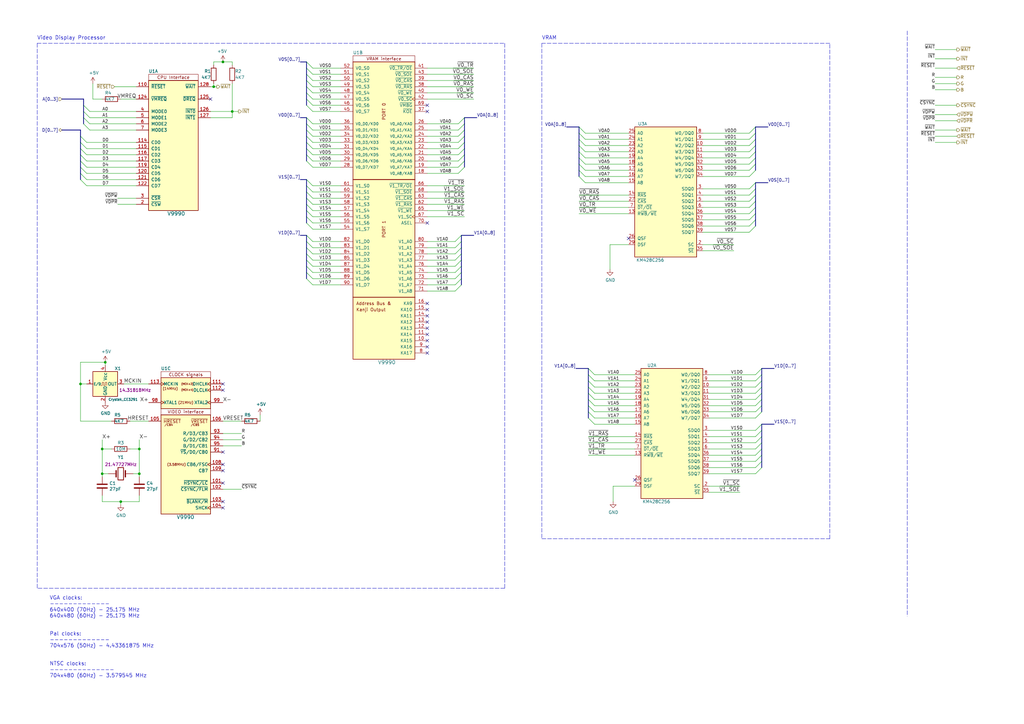
<source format=kicad_sch>
(kicad_sch (version 20211123) (generator eeschema)
  (paper "A3")
  (title_block (title "TRH9000") (date "2022-08-04") (rev "0") (company "The Retro Hacker") (comment 2 "Shared under CERN-OHL-S license") (comment 3 "TRH9000 - Open Source MSX Graphics Card based on the Yamaha V9990") (comment 4 "Designed  by: Cristiano Goncalves"))
  (junction (at 57.15 194.31))
  (junction (at 41.91 194.31))
  (junction (at 91.44 25.4))
  (junction (at 41.91 184.15))
  (junction (at 57.15 184.15))
  (junction (at 87.63 35.56))
  (junction (at 95.25 45.72))
  (junction (at 43.18 148.59))
  (junction (at 33.02 157.48))
  (junction (at 49.53 205.74))
  (no_connect (at 86.36 40.64))
  (no_connect (at 175.26 139.7))
  (no_connect (at 260.35 196.85))
  (no_connect (at 175.26 43.18))
  (no_connect (at 175.26 45.72))
  (no_connect (at 91.44 157.48))
  (no_connect (at 91.44 160.02))
  (no_connect (at 91.44 190.5))
  (no_connect (at 91.44 193.04))
  (no_connect (at 257.81 97.79))
  (no_connect (at 175.26 142.24))
  (no_connect (at 91.44 208.28))
  (no_connect (at 91.44 205.74))
  (no_connect (at 175.26 132.08))
  (no_connect (at 175.26 91.44))
  (no_connect (at 175.26 124.46))
  (no_connect (at 175.26 127))
  (no_connect (at 175.26 134.62))
  (no_connect (at 91.44 185.42))
  (no_connect (at 175.26 137.16))
  (no_connect (at 175.26 129.54))
  (no_connect (at 91.44 198.12))
  (no_connect (at 175.26 144.78))
  (bus_entry (at 125.73 78.74) (size 2.54 2.54))
  (bus_entry (at 125.73 83.82) (size 2.54 2.54))
  (bus_entry (at 33.02 58.42) (size 2.54 2.54))
  (bus_entry (at 241.3 166.37) (size 2.54 2.54))
  (bus_entry (at 33.02 71.12) (size 2.54 2.54))
  (bus_entry (at 312.42 168.91) (size -2.54 2.54))
  (bus_entry (at 309.88 64.77) (size -2.54 2.54))
  (bus_entry (at 312.42 163.83) (size -2.54 2.54))
  (bus_entry (at 312.42 166.37) (size -2.54 2.54))
  (bus_entry (at 190.5 68.58) (size -2.54 2.54))
  (bus_entry (at 312.42 161.29) (size -2.54 2.54))
  (bus_entry (at 312.42 191.77) (size -2.54 2.54))
  (bus_entry (at 33.02 55.88) (size 2.54 2.54))
  (bus_entry (at 241.3 171.45) (size 2.54 2.54))
  (bus_entry (at 312.42 151.13) (size -2.54 2.54))
  (bus_entry (at 309.88 85.09) (size -2.54 2.54))
  (bus_entry (at 125.73 104.14) (size 2.54 2.54))
  (bus_entry (at 309.88 82.55) (size -2.54 2.54))
  (bus_entry (at 241.3 156.21) (size 2.54 2.54))
  (bus_entry (at 189.23 114.3) (size -2.54 2.54))
  (bus_entry (at 189.23 109.22) (size -2.54 2.54))
  (bus_entry (at 125.73 30.48) (size 2.54 2.54))
  (bus_entry (at 309.88 77.47) (size -2.54 2.54))
  (bus_entry (at 125.73 40.64) (size 2.54 2.54))
  (bus_entry (at 190.5 53.34) (size -2.54 2.54))
  (bus_entry (at 125.73 43.18) (size 2.54 2.54))
  (bus_entry (at 125.73 101.6) (size 2.54 2.54))
  (bus_entry (at 125.73 99.06) (size 2.54 2.54))
  (bus_entry (at 309.88 67.31) (size -2.54 2.54))
  (bus_entry (at 309.88 90.17) (size -2.54 2.54))
  (bus_entry (at 241.3 163.83) (size 2.54 2.54))
  (bus_entry (at 237.49 72.39) (size 2.54 2.54))
  (bus_entry (at 125.73 58.42) (size 2.54 2.54))
  (bus_entry (at 125.73 91.44) (size 2.54 2.54))
  (bus_entry (at 237.49 52.07) (size 2.54 2.54))
  (bus_entry (at 309.88 59.69) (size -2.54 2.54))
  (bus_entry (at 241.3 161.29) (size 2.54 2.54))
  (bus_entry (at 309.88 87.63) (size -2.54 2.54))
  (bus_entry (at 34.29 50.8) (size 2.54 2.54))
  (bus_entry (at 241.3 151.13) (size 2.54 2.54))
  (bus_entry (at 125.73 25.4) (size 2.54 2.54))
  (bus_entry (at 237.49 59.69) (size 2.54 2.54))
  (bus_entry (at 312.42 181.61) (size -2.54 2.54))
  (bus_entry (at 34.29 45.72) (size 2.54 2.54))
  (bus_entry (at 190.5 58.42) (size -2.54 2.54))
  (bus_entry (at 309.88 80.01) (size -2.54 2.54))
  (bus_entry (at 125.73 53.34) (size 2.54 2.54))
  (bus_entry (at 189.23 101.6) (size -2.54 2.54))
  (bus_entry (at 309.88 62.23) (size -2.54 2.54))
  (bus_entry (at 125.73 50.8) (size 2.54 2.54))
  (bus_entry (at 312.42 179.07) (size -2.54 2.54))
  (bus_entry (at 309.88 54.61) (size -2.54 2.54))
  (bus_entry (at 190.5 66.04) (size -2.54 2.54))
  (bus_entry (at 125.73 60.96) (size 2.54 2.54))
  (bus_entry (at 125.73 63.5) (size 2.54 2.54))
  (bus_entry (at 125.73 38.1) (size 2.54 2.54))
  (bus_entry (at 125.73 35.56) (size 2.54 2.54))
  (bus_entry (at 125.73 48.26) (size 2.54 2.54))
  (bus_entry (at 237.49 62.23) (size 2.54 2.54))
  (bus_entry (at 309.88 92.71) (size -2.54 2.54))
  (bus_entry (at 309.88 52.07) (size -2.54 2.54))
  (bus_entry (at 237.49 69.85) (size 2.54 2.54))
  (bus_entry (at 34.29 43.18) (size 2.54 2.54))
  (bus_entry (at 189.23 96.52) (size -2.54 2.54))
  (bus_entry (at 190.5 63.5) (size -2.54 2.54))
  (bus_entry (at 125.73 27.94) (size 2.54 2.54))
  (bus_entry (at 190.5 48.26) (size -2.54 2.54))
  (bus_entry (at 33.02 68.58) (size 2.54 2.54))
  (bus_entry (at 189.23 99.06) (size -2.54 2.54))
  (bus_entry (at 33.02 63.5) (size 2.54 2.54))
  (bus_entry (at 190.5 60.96) (size -2.54 2.54))
  (bus_entry (at 241.3 168.91) (size 2.54 2.54))
  (bus_entry (at 33.02 66.04) (size 2.54 2.54))
  (bus_entry (at 312.42 153.67) (size -2.54 2.54))
  (bus_entry (at 125.73 55.88) (size 2.54 2.54))
  (bus_entry (at 125.73 76.2) (size 2.54 2.54))
  (bus_entry (at 125.73 106.68) (size 2.54 2.54))
  (bus_entry (at 241.3 158.75) (size 2.54 2.54))
  (bus_entry (at 312.42 156.21) (size -2.54 2.54))
  (bus_entry (at 189.23 116.84) (size -2.54 2.54))
  (bus_entry (at 237.49 64.77) (size 2.54 2.54))
  (bus_entry (at 312.42 189.23) (size -2.54 2.54))
  (bus_entry (at 309.88 74.93) (size -2.54 2.54))
  (bus_entry (at 189.23 104.14) (size -2.54 2.54))
  (bus_entry (at 237.49 67.31) (size 2.54 2.54))
  (bus_entry (at 33.02 60.96) (size 2.54 2.54))
  (bus_entry (at 312.42 173.99) (size -2.54 2.54))
  (bus_entry (at 34.29 48.26) (size 2.54 2.54))
  (bus_entry (at 125.73 109.22) (size 2.54 2.54))
  (bus_entry (at 125.73 73.66) (size 2.54 2.54))
  (bus_entry (at 241.3 153.67) (size 2.54 2.54))
  (bus_entry (at 312.42 158.75) (size -2.54 2.54))
  (bus_entry (at 312.42 186.69) (size -2.54 2.54))
  (bus_entry (at 33.02 73.66) (size 2.54 2.54))
  (bus_entry (at 190.5 50.8) (size -2.54 2.54))
  (bus_entry (at 125.73 33.02) (size 2.54 2.54))
  (bus_entry (at 189.23 111.76) (size -2.54 2.54))
  (bus_entry (at 125.73 86.36) (size 2.54 2.54))
  (bus_entry (at 309.88 57.15) (size -2.54 2.54))
  (bus_entry (at 125.73 66.04) (size 2.54 2.54))
  (bus_entry (at 312.42 176.53) (size -2.54 2.54))
  (bus_entry (at 237.49 57.15) (size 2.54 2.54))
  (bus_entry (at 125.73 114.3) (size 2.54 2.54))
  (bus_entry (at 125.73 96.52) (size 2.54 2.54))
  (bus_entry (at 309.88 69.85) (size -2.54 2.54))
  (bus_entry (at 189.23 106.68) (size -2.54 2.54))
  (bus_entry (at 312.42 184.15) (size -2.54 2.54))
  (bus_entry (at 237.49 54.61) (size 2.54 2.54))
  (bus_entry (at 125.73 81.28) (size 2.54 2.54))
  (bus_entry (at 190.5 55.88) (size -2.54 2.54))
  (bus_entry (at 125.73 88.9) (size 2.54 2.54))
  (bus_entry (at 125.73 111.76) (size 2.54 2.54))
  (bus (pts (xy 189.23 99.06) (xy 189.23 101.6)))
  (wire (pts (xy 240.03 74.93) (xy 257.81 74.93)))
  (wire (pts (xy 383.54 36.83) (xy 392.43 36.83)))
  (wire (pts (xy 43.18 148.59) (xy 43.18 149.86)))
  (wire (pts (xy 41.91 184.15) (xy 41.91 194.31)))
  (wire (pts (xy 99.06 200.66) (xy 91.44 200.66)))
  (bus (pts (xy 33.02 68.58) (xy 33.02 71.12)))
  (bus (pts (xy 312.42 181.61) (xy 312.42 184.15)))
  (wire (pts (xy 49.53 207.01) (xy 49.53 205.74)))
  (wire (pts (xy 41.91 203.2) (xy 41.91 205.74)))
  (wire (pts (xy 243.84 171.45) (xy 260.35 171.45)))
  (wire (pts (xy 240.03 54.61) (xy 257.81 54.61)))
  (wire (pts (xy 139.7 83.82) (xy 128.27 83.82)))
  (wire (pts (xy 288.29 57.15) (xy 307.34 57.15)))
  (bus (pts (xy 241.3 163.83) (xy 241.3 166.37)))
  (wire (pts (xy 46.99 35.56) (xy 55.88 35.56)))
  (bus (pts (xy 237.49 52.07) (xy 237.49 54.61)))
  (bus (pts (xy 33.02 60.96) (xy 33.02 63.5)))
  (wire (pts (xy 139.7 55.88) (xy 128.27 55.88)))
  (wire (pts (xy 175.26 114.3) (xy 186.69 114.3)))
  (wire (pts (xy 139.7 50.8) (xy 128.27 50.8)))
  (wire (pts (xy 35.56 63.5) (xy 55.88 63.5)))
  (bus (pts (xy 125.73 50.8) (xy 125.73 53.34)))
  (wire (pts (xy 383.54 46.99) (xy 392.43 46.99)))
  (wire (pts (xy 87.63 34.29) (xy 87.63 35.56)))
  (polyline (pts (xy 372.11 12.7) (xy 372.11 252.73)))
  (wire (pts (xy 95.25 48.26) (xy 95.25 45.72)))
  (wire (pts (xy 383.54 55.88) (xy 392.43 55.88)))
  (bus (pts (xy 237.49 62.23) (xy 237.49 64.77)))
  (wire (pts (xy 139.7 78.74) (xy 128.27 78.74)))
  (wire (pts (xy 290.83 176.53) (xy 309.88 176.53)))
  (wire (pts (xy 288.29 59.69) (xy 307.34 59.69)))
  (bus (pts (xy 309.88 77.47) (xy 309.88 80.01)))
  (polyline (pts (xy 222.25 220.98) (xy 340.36 220.98)))
  (bus (pts (xy 190.5 48.26) (xy 190.5 50.8)))
  (bus (pts (xy 33.02 71.12) (xy 33.02 73.66)))
  (wire (pts (xy 54.61 194.31) (xy 57.15 194.31)))
  (wire (pts (xy 175.26 40.64) (xy 194.31 40.64)))
  (bus (pts (xy 190.5 55.88) (xy 190.5 58.42)))
  (bus (pts (xy 189.23 106.68) (xy 189.23 109.22)))
  (wire (pts (xy 194.31 38.1) (xy 175.26 38.1)))
  (wire (pts (xy 190.5 76.2) (xy 175.26 76.2)))
  (wire (pts (xy 139.7 33.02) (xy 128.27 33.02)))
  (bus (pts (xy 309.88 87.63) (xy 309.88 90.17)))
  (bus (pts (xy 241.3 151.13) (xy 241.3 153.67)))
  (bus (pts (xy 309.88 80.01) (xy 309.88 82.55)))
  (wire (pts (xy 87.63 25.4) (xy 87.63 26.67)))
  (wire (pts (xy 290.83 184.15) (xy 309.88 184.15)))
  (wire (pts (xy 139.7 27.94) (xy 128.27 27.94)))
  (bus (pts (xy 312.42 173.99) (xy 312.42 176.53)))
  (wire (pts (xy 288.29 54.61) (xy 307.34 54.61)))
  (wire (pts (xy 288.29 77.47) (xy 307.34 77.47)))
  (bus (pts (xy 241.3 161.29) (xy 241.3 163.83)))
  (polyline (pts (xy 340.36 220.98) (xy 340.36 17.78)))
  (wire (pts (xy 35.56 68.58) (xy 55.88 68.58)))
  (wire (pts (xy 99.06 177.8) (xy 91.44 177.8)))
  (wire (pts (xy 288.29 100.33) (xy 300.99 100.33)))
  (wire (pts (xy 36.83 48.26) (xy 55.88 48.26)))
  (bus (pts (xy 125.73 86.36) (xy 125.73 88.9)))
  (wire (pts (xy 35.56 71.12) (xy 55.88 71.12)))
  (bus (pts (xy 189.23 104.14) (xy 189.23 106.68)))
  (wire (pts (xy 190.5 86.36) (xy 175.26 86.36)))
  (bus (pts (xy 125.73 53.34) (xy 125.73 55.88)))
  (wire (pts (xy 190.5 81.28) (xy 175.26 81.28)))
  (bus (pts (xy 312.42 163.83) (xy 312.42 166.37)))
  (wire (pts (xy 175.26 116.84) (xy 186.69 116.84)))
  (bus (pts (xy 125.73 25.4) (xy 125.73 27.94)))
  (bus (pts (xy 125.73 88.9) (xy 125.73 91.44)))
  (bus (pts (xy 312.42 186.69) (xy 312.42 189.23)))
  (bus (pts (xy 189.23 114.3) (xy 189.23 116.84)))
  (wire (pts (xy 190.5 83.82) (xy 175.26 83.82)))
  (bus (pts (xy 309.88 62.23) (xy 309.88 64.77)))
  (wire (pts (xy 41.91 205.74) (xy 49.53 205.74)))
  (bus (pts (xy 237.49 67.31) (xy 237.49 69.85)))
  (wire (pts (xy 139.7 63.5) (xy 128.27 63.5)))
  (wire (pts (xy 240.03 59.69) (xy 257.81 59.69)))
  (bus (pts (xy 309.88 82.55) (xy 309.88 85.09)))
  (wire (pts (xy 383.54 24.13) (xy 392.43 24.13)))
  (wire (pts (xy 139.7 91.44) (xy 128.27 91.44)))
  (bus (pts (xy 125.73 81.28) (xy 125.73 83.82)))
  (wire (pts (xy 33.02 148.59) (xy 43.18 148.59)))
  (wire (pts (xy 38.1 40.64) (xy 41.91 40.64)))
  (wire (pts (xy 175.26 58.42) (xy 187.96 58.42)))
  (wire (pts (xy 288.29 102.87) (xy 300.99 102.87)))
  (polyline (pts (xy 15.24 17.78) (xy 207.01 17.78)))
  (wire (pts (xy 35.56 58.42) (xy 55.88 58.42)))
  (wire (pts (xy 194.31 27.94) (xy 175.26 27.94)))
  (wire (pts (xy 240.03 67.31) (xy 257.81 67.31)))
  (wire (pts (xy 139.7 60.96) (xy 128.27 60.96)))
  (wire (pts (xy 139.7 114.3) (xy 128.27 114.3)))
  (bus (pts (xy 125.73 35.56) (xy 125.73 38.1)))
  (bus (pts (xy 309.88 57.15) (xy 309.88 59.69)))
  (bus (pts (xy 125.73 73.66) (xy 123.19 73.66)))
  (wire (pts (xy 175.26 66.04) (xy 187.96 66.04)))
  (wire (pts (xy 139.7 104.14) (xy 128.27 104.14)))
  (bus (pts (xy 312.42 151.13) (xy 317.5 151.13)))
  (bus (pts (xy 125.73 76.2) (xy 125.73 78.74)))
  (wire (pts (xy 175.26 68.58) (xy 187.96 68.58)))
  (bus (pts (xy 189.23 111.76) (xy 189.23 114.3)))
  (bus (pts (xy 241.3 153.67) (xy 241.3 156.21)))
  (bus (pts (xy 241.3 166.37) (xy 241.3 168.91)))
  (wire (pts (xy 257.81 87.63) (xy 237.49 87.63)))
  (wire (pts (xy 288.29 64.77) (xy 307.34 64.77)))
  (bus (pts (xy 190.5 53.34) (xy 190.5 55.88)))
  (wire (pts (xy 49.53 40.64) (xy 55.88 40.64)))
  (wire (pts (xy 139.7 45.72) (xy 128.27 45.72)))
  (wire (pts (xy 139.7 76.2) (xy 128.27 76.2)))
  (bus (pts (xy 312.42 189.23) (xy 312.42 191.77)))
  (wire (pts (xy 290.83 163.83) (xy 309.88 163.83)))
  (bus (pts (xy 312.42 176.53) (xy 312.42 179.07)))
  (wire (pts (xy 383.54 49.53) (xy 392.43 49.53)))
  (wire (pts (xy 86.36 45.72) (xy 95.25 45.72)))
  (bus (pts (xy 125.73 96.52) (xy 125.73 99.06)))
  (bus (pts (xy 125.73 58.42) (xy 125.73 60.96)))
  (wire (pts (xy 243.84 153.67) (xy 260.35 153.67)))
  (wire (pts (xy 38.1 34.29) (xy 38.1 40.64)))
  (wire (pts (xy 175.26 30.48) (xy 194.31 30.48)))
  (wire (pts (xy 288.29 80.01) (xy 307.34 80.01)))
  (wire (pts (xy 290.83 166.37) (xy 309.88 166.37)))
  (bus (pts (xy 33.02 58.42) (xy 33.02 60.96)))
  (wire (pts (xy 45.72 184.15) (xy 41.91 184.15)))
  (wire (pts (xy 57.15 205.74) (xy 57.15 203.2)))
  (bus (pts (xy 125.73 48.26) (xy 125.73 50.8)))
  (bus (pts (xy 309.88 59.69) (xy 309.88 62.23)))
  (wire (pts (xy 243.84 168.91) (xy 260.35 168.91)))
  (wire (pts (xy 250.19 100.33) (xy 257.81 100.33)))
  (wire (pts (xy 48.26 83.82) (xy 55.88 83.82)))
  (bus (pts (xy 189.23 101.6) (xy 189.23 104.14)))
  (wire (pts (xy 139.7 38.1) (xy 128.27 38.1)))
  (wire (pts (xy 139.7 66.04) (xy 128.27 66.04)))
  (bus (pts (xy 125.73 30.48) (xy 125.73 33.02)))
  (wire (pts (xy 290.83 191.77) (xy 309.88 191.77)))
  (bus (pts (xy 312.42 156.21) (xy 312.42 158.75)))
  (bus (pts (xy 125.73 96.52) (xy 123.19 96.52)))
  (wire (pts (xy 240.03 57.15) (xy 257.81 57.15)))
  (wire (pts (xy 260.35 179.07) (xy 241.3 179.07)))
  (wire (pts (xy 260.35 181.61) (xy 241.3 181.61)))
  (bus (pts (xy 241.3 158.75) (xy 241.3 161.29)))
  (wire (pts (xy 175.26 78.74) (xy 190.5 78.74)))
  (wire (pts (xy 139.7 101.6) (xy 128.27 101.6)))
  (bus (pts (xy 190.5 66.04) (xy 190.5 68.58)))
  (polyline (pts (xy 222.25 17.78) (xy 222.25 220.98)))
  (wire (pts (xy 95.25 25.4) (xy 95.25 26.67)))
  (bus (pts (xy 312.42 153.67) (xy 312.42 156.21)))
  (wire (pts (xy 175.26 88.9) (xy 190.5 88.9)))
  (bus (pts (xy 312.42 166.37) (xy 312.42 168.91)))
  (wire (pts (xy 139.7 88.9) (xy 128.27 88.9)))
  (bus (pts (xy 190.5 58.42) (xy 190.5 60.96)))
  (bus (pts (xy 190.5 48.26) (xy 195.58 48.26)))
  (polyline (pts (xy 340.36 17.78) (xy 222.25 17.78)))
  (wire (pts (xy 288.29 82.55) (xy 307.34 82.55)))
  (wire (pts (xy 41.91 194.31) (xy 44.45 194.31)))
  (wire (pts (xy 175.26 111.76) (xy 186.69 111.76)))
  (wire (pts (xy 41.91 180.34) (xy 41.91 184.15)))
  (wire (pts (xy 240.03 62.23) (xy 257.81 62.23)))
  (wire (pts (xy 240.03 64.77) (xy 257.81 64.77)))
  (wire (pts (xy 35.56 60.96) (xy 55.88 60.96)))
  (wire (pts (xy 290.83 194.31) (xy 309.88 194.31)))
  (bus (pts (xy 125.73 101.6) (xy 125.73 104.14)))
  (bus (pts (xy 125.73 104.14) (xy 125.73 106.68)))
  (wire (pts (xy 383.54 27.94) (xy 392.43 27.94)))
  (wire (pts (xy 243.84 166.37) (xy 260.35 166.37)))
  (bus (pts (xy 125.73 111.76) (xy 125.73 114.3)))
  (wire (pts (xy 290.83 158.75) (xy 309.88 158.75)))
  (wire (pts (xy 290.83 181.61) (xy 309.88 181.61)))
  (bus (pts (xy 190.5 60.96) (xy 190.5 63.5)))
  (bus (pts (xy 125.73 33.02) (xy 125.73 35.56)))
  (bus (pts (xy 237.49 54.61) (xy 237.49 57.15)))
  (wire (pts (xy 139.7 35.56) (xy 128.27 35.56)))
  (wire (pts (xy 36.83 53.34) (xy 55.88 53.34)))
  (wire (pts (xy 288.29 90.17) (xy 307.34 90.17)))
  (wire (pts (xy 288.29 67.31) (xy 307.34 67.31)))
  (bus (pts (xy 190.5 63.5) (xy 190.5 66.04)))
  (bus (pts (xy 125.73 48.26) (xy 123.19 48.26)))
  (wire (pts (xy 139.7 99.06) (xy 128.27 99.06)))
  (wire (pts (xy 139.7 116.84) (xy 128.27 116.84)))
  (bus (pts (xy 125.73 83.82) (xy 125.73 86.36)))
  (wire (pts (xy 260.35 184.15) (xy 241.3 184.15)))
  (wire (pts (xy 243.84 158.75) (xy 260.35 158.75)))
  (wire (pts (xy 288.29 72.39) (xy 307.34 72.39)))
  (bus (pts (xy 309.88 64.77) (xy 309.88 67.31)))
  (wire (pts (xy 288.29 95.25) (xy 307.34 95.25)))
  (wire (pts (xy 175.26 60.96) (xy 187.96 60.96)))
  (bus (pts (xy 237.49 64.77) (xy 237.49 67.31)))
  (bus (pts (xy 125.73 63.5) (xy 125.73 66.04)))
  (wire (pts (xy 175.26 63.5) (xy 187.96 63.5)))
  (wire (pts (xy 175.26 119.38) (xy 186.69 119.38)))
  (wire (pts (xy 383.54 43.18) (xy 392.43 43.18)))
  (wire (pts (xy 288.29 87.63) (xy 307.34 87.63)))
  (wire (pts (xy 91.44 25.4) (xy 87.63 25.4)))
  (wire (pts (xy 91.44 25.4) (xy 95.25 25.4)))
  (bus (pts (xy 34.29 45.72) (xy 34.29 48.26)))
  (wire (pts (xy 175.26 55.88) (xy 187.96 55.88)))
  (bus (pts (xy 125.73 27.94) (xy 125.73 30.48)))
  (wire (pts (xy 99.06 180.34) (xy 91.44 180.34)))
  (wire (pts (xy 383.54 53.34) (xy 392.43 53.34)))
  (wire (pts (xy 41.91 194.31) (xy 41.91 195.58)))
  (wire (pts (xy 175.26 101.6) (xy 186.69 101.6)))
  (polyline (pts (xy 207.01 17.78) (xy 207.01 241.3)))
  (wire (pts (xy 290.83 201.93) (xy 303.53 201.93)))
  (wire (pts (xy 99.06 182.88) (xy 91.44 182.88)))
  (bus (pts (xy 125.73 73.66) (xy 125.73 76.2)))
  (bus (pts (xy 190.5 50.8) (xy 190.5 53.34)))
  (wire (pts (xy 86.36 35.56) (xy 87.63 35.56)))
  (wire (pts (xy 36.83 50.8) (xy 55.88 50.8)))
  (wire (pts (xy 243.84 161.29) (xy 260.35 161.29)))
  (wire (pts (xy 87.63 35.56) (xy 88.9 35.56)))
  (wire (pts (xy 139.7 109.22) (xy 128.27 109.22)))
  (bus (pts (xy 312.42 158.75) (xy 312.42 161.29)))
  (wire (pts (xy 290.83 199.39) (xy 303.53 199.39)))
  (wire (pts (xy 383.54 20.32) (xy 392.43 20.32)))
  (wire (pts (xy 95.25 45.72) (xy 97.79 45.72)))
  (bus (pts (xy 189.23 96.52) (xy 194.31 96.52)))
  (wire (pts (xy 175.26 106.68) (xy 186.69 106.68)))
  (wire (pts (xy 57.15 184.15) (xy 57.15 194.31)))
  (bus (pts (xy 125.73 60.96) (xy 125.73 63.5)))
  (wire (pts (xy 383.54 34.29) (xy 392.43 34.29)))
  (wire (pts (xy 194.31 33.02) (xy 175.26 33.02)))
  (wire (pts (xy 290.83 153.67) (xy 309.88 153.67)))
  (bus (pts (xy 312.42 173.99) (xy 317.5 173.99)))
  (wire (pts (xy 50.8 157.48) (xy 60.96 157.48)))
  (bus (pts (xy 312.42 179.07) (xy 312.42 181.61)))
  (wire (pts (xy 243.84 173.99) (xy 260.35 173.99)))
  (bus (pts (xy 309.88 74.93) (xy 314.96 74.93)))
  (bus (pts (xy 34.29 40.64) (xy 34.29 43.18)))
  (bus (pts (xy 241.3 151.13) (xy 236.22 151.13)))
  (wire (pts (xy 91.44 172.72) (xy 99.06 172.72)))
  (wire (pts (xy 175.26 71.12) (xy 187.96 71.12)))
  (wire (pts (xy 139.7 40.64) (xy 128.27 40.64)))
  (wire (pts (xy 175.26 53.34) (xy 187.96 53.34)))
  (polyline (pts (xy 15.24 17.78) (xy 15.24 241.3)))
  (wire (pts (xy 49.53 205.74) (xy 57.15 205.74)))
  (wire (pts (xy 175.26 109.22) (xy 186.69 109.22)))
  (bus (pts (xy 33.02 66.04) (xy 33.02 68.58)))
  (wire (pts (xy 288.29 62.23) (xy 307.34 62.23)))
  (wire (pts (xy 139.7 81.28) (xy 128.27 81.28)))
  (wire (pts (xy 288.29 69.85) (xy 307.34 69.85)))
  (wire (pts (xy 139.7 30.48) (xy 128.27 30.48)))
  (bus (pts (xy 309.88 52.07) (xy 314.96 52.07)))
  (bus (pts (xy 309.88 90.17) (xy 309.88 92.71)))
  (bus (pts (xy 125.73 109.22) (xy 125.73 111.76)))
  (wire (pts (xy 175.26 50.8) (xy 187.96 50.8)))
  (bus (pts (xy 33.02 53.34) (xy 33.02 55.88)))
  (wire (pts (xy 250.19 100.33) (xy 250.19 110.49)))
  (bus (pts (xy 189.23 96.52) (xy 189.23 99.06)))
  (wire (pts (xy 95.25 34.29) (xy 95.25 45.72)))
  (wire (pts (xy 33.02 157.48) (xy 33.02 172.72)))
  (bus (pts (xy 125.73 55.88) (xy 125.73 58.42)))
  (wire (pts (xy 139.7 111.76) (xy 128.27 111.76)))
  (wire (pts (xy 383.54 58.42) (xy 392.43 58.42)))
  (bus (pts (xy 309.88 67.31) (xy 309.88 69.85)))
  (wire (pts (xy 290.83 179.07) (xy 309.88 179.07)))
  (bus (pts (xy 125.73 78.74) (xy 125.73 81.28)))
  (wire (pts (xy 139.7 43.18) (xy 128.27 43.18)))
  (wire (pts (xy 257.81 85.09) (xy 237.49 85.09)))
  (wire (pts (xy 139.7 53.34) (xy 128.27 53.34)))
  (wire (pts (xy 33.02 172.72) (xy 45.72 172.72)))
  (wire (pts (xy 33.02 157.48) (xy 33.02 148.59)))
  (bus (pts (xy 125.73 40.64) (xy 125.73 43.18)))
  (wire (pts (xy 290.83 171.45) (xy 309.88 171.45)))
  (wire (pts (xy 53.34 172.72) (xy 60.96 172.72)))
  (bus (pts (xy 241.3 168.91) (xy 241.3 171.45)))
  (wire (pts (xy 243.84 156.21) (xy 260.35 156.21)))
  (wire (pts (xy 48.26 81.28) (xy 55.88 81.28)))
  (wire (pts (xy 290.83 189.23) (xy 309.88 189.23)))
  (bus (pts (xy 237.49 52.07) (xy 232.41 52.07)))
  (bus (pts (xy 309.88 54.61) (xy 309.88 57.15)))
  (bus (pts (xy 312.42 151.13) (xy 312.42 153.67)))
  (wire (pts (xy 175.26 99.06) (xy 186.69 99.06)))
  (bus (pts (xy 125.73 106.68) (xy 125.73 109.22)))
  (bus (pts (xy 237.49 69.85) (xy 237.49 72.39)))
  (wire (pts (xy 33.02 157.48) (xy 35.56 157.48)))
  (bus (pts (xy 309.88 52.07) (xy 309.88 54.61)))
  (bus (pts (xy 309.88 74.93) (xy 309.88 77.47)))
  (bus (pts (xy 241.3 156.21) (xy 241.3 158.75)))
  (wire (pts (xy 139.7 58.42) (xy 128.27 58.42)))
  (wire (pts (xy 257.81 82.55) (xy 237.49 82.55)))
  (bus (pts (xy 34.29 43.18) (xy 34.29 45.72)))
  (bus (pts (xy 309.88 85.09) (xy 309.88 87.63)))
  (wire (pts (xy 290.83 161.29) (xy 309.88 161.29)))
  (wire (pts (xy 290.83 186.69) (xy 309.88 186.69)))
  (wire (pts (xy 240.03 72.39) (xy 257.81 72.39)))
  (bus (pts (xy 25.4 40.64) (xy 34.29 40.64)))
  (bus (pts (xy 34.29 48.26) (xy 34.29 50.8)))
  (wire (pts (xy 175.26 104.14) (xy 186.69 104.14)))
  (wire (pts (xy 260.35 186.69) (xy 241.3 186.69)))
  (wire (pts (xy 57.15 180.34) (xy 57.15 184.15)))
  (wire (pts (xy 257.81 80.01) (xy 237.49 80.01)))
  (bus (pts (xy 237.49 57.15) (xy 237.49 59.69)))
  (polyline (pts (xy 207.01 241.3) (xy 15.24 241.3)))
  (bus (pts (xy 33.02 55.88) (xy 33.02 58.42)))
  (wire (pts (xy 57.15 194.31) (xy 57.15 195.58)))
  (wire (pts (xy 106.68 170.18) (xy 106.68 172.72)))
  (bus (pts (xy 125.73 99.06) (xy 125.73 101.6)))
  (wire (pts (xy 288.29 85.09) (xy 307.34 85.09)))
  (wire (pts (xy 36.83 45.72) (xy 55.88 45.72)))
  (bus (pts (xy 125.73 25.4) (xy 123.19 25.4)))
  (bus (pts (xy 33.02 53.34) (xy 25.4 53.34)))
  (wire (pts (xy 35.56 76.2) (xy 55.88 76.2)))
  (wire (pts (xy 251.46 199.39) (xy 260.35 199.39)))
  (bus (pts (xy 312.42 184.15) (xy 312.42 186.69)))
  (wire (pts (xy 35.56 66.04) (xy 55.88 66.04)))
  (wire (pts (xy 139.7 68.58) (xy 128.27 68.58)))
  (wire (pts (xy 139.7 86.36) (xy 128.27 86.36)))
  (wire (pts (xy 53.34 184.15) (xy 57.15 184.15)))
  (wire (pts (xy 139.7 93.98) (xy 128.27 93.98)))
  (bus (pts (xy 189.23 109.22) (xy 189.23 111.76)))
  (wire (pts (xy 290.83 156.21) (xy 309.88 156.21)))
  (bus (pts (xy 312.42 161.29) (xy 312.42 163.83)))
  (wire (pts (xy 194.31 35.56) (xy 175.26 35.56)))
  (wire (pts (xy 251.46 199.39) (xy 251.46 205.74)))
  (wire (pts (xy 243.84 163.83) (xy 260.35 163.83)))
  (wire (pts (xy 290.83 168.91) (xy 309.88 168.91)))
  (wire (pts (xy 139.7 106.68) (xy 128.27 106.68)))
  (wire (pts (xy 288.29 92.71) (xy 307.34 92.71)))
  (wire (pts (xy 86.36 48.26) (xy 95.25 48.26)))
  (bus (pts (xy 33.02 63.5) (xy 33.02 66.04)))
  (wire (pts (xy 35.56 73.66) (xy 55.88 73.66)))
  (wire (pts (xy 240.03 69.85) (xy 257.81 69.85)))
  (bus (pts (xy 237.49 59.69) (xy 237.49 62.23)))
  (bus (pts (xy 125.73 38.1) (xy 125.73 40.64)))
  (wire (pts (xy 383.54 31.75) (xy 392.43 31.75)))
  (text "VGA clocks:\n-------------\n640x400 (70Hz) - 25.175 MHz\n640x480 (60Hz) - 25.175 MHz\n\n\nPal clocks:\n-------------\n704x576 (50Hz) - 4.43361875 MHz\n\n\nNTSC clocks:\n--------------\n704x480 (60Hz) - 3.579545 MHz" (at 20.32 278.13 0) (effects (font (size 1.524 1.524)) (justify left bottom)))
  (text "VRAM" (at 222.25 16.51 0) (effects (font (size 1.524 1.524)) (justify left bottom)))
  (text "Video Display Processor" (at 15.24 16.51 0) (effects (font (size 1.524 1.524)) (justify left bottom)))
  (label "V0D3" (at 135.89 58.42 180))
  (label "~{V1_CAS}" (at 241.3 181.61 0) (effects (font (size 1.524 1.524))))
  (label "HRESET" (at 60.96 172.72 180) (effects (font (size 1.524 1.524))))
  (label "V0A2" (at 180.34 55.88 0))
  (label "V1A8" (at 254 173.99 180))
  (label "V0D4" (at 297.18 64.77 0))
  (label "V1S[0..7]" (at 317.5 173.99 0))
  (label "X-" (at 57.15 180.34 0) (effects (font (size 1.524 1.524))))
  (label "~{VDPW}" (at 383.54 46.99 180))
  (label "V0D1" (at 297.18 57.15 0))
  (label "~{VO_SOE}" (at 300.99 102.87 180) (effects (font (size 1.524 1.524))))
  (label "B" (at 383.54 36.83 180))
  (label "V0D1" (at 135.89 53.34 180))
  (label "~{V0_SC}" (at 194.31 40.64 180) (effects (font (size 1.524 1.524))))
  (label "V1D6" (at 135.89 114.3 180))
  (label "~{V1_WE}" (at 241.3 186.69 0) (effects (font (size 1.524 1.524))))
  (label "V0D6" (at 135.89 66.04 180))
  (label "~{V1_TR}" (at 190.5 76.2 180) (effects (font (size 1.524 1.524))))
  (label "V1S4" (at 135.89 86.36 180))
  (label "V0S5" (at 297.18 90.17 0))
  (label "G" (at 383.54 34.29 180))
  (label "A1" (at 41.91 48.26 0))
  (label "V1S2" (at 299.72 181.61 0))
  (label "V0S[0..7]" (at 314.96 74.93 0))
  (label "V0A2" (at 250.19 59.69 180))
  (label "V1A[0..8]" (at 236.22 151.13 180))
  (label "V0S4" (at 135.89 38.1 180))
  (label "V1A6" (at 254 168.91 180))
  (label "V1S3" (at 299.72 184.15 0))
  (label "V1A8" (at 179.07 119.38 0))
  (label "D1" (at 41.91 60.96 0))
  (label "V0D4" (at 135.89 60.96 180))
  (label "V1S7" (at 299.72 194.31 0))
  (label "V1D[0..7]" (at 317.5 151.13 0))
  (label "V1A1" (at 179.07 101.6 0))
  (label "X+" (at 60.96 165.1 180) (effects (font (size 1.524 1.524))))
  (label "A0" (at 41.91 45.72 0))
  (label "V0A3" (at 250.19 62.23 180))
  (label "V0D5" (at 297.18 67.31 0))
  (label "~{V1_RAS}" (at 241.3 179.07 0) (effects (font (size 1.524 1.524))))
  (label "MCKIN" (at 50.8 157.48 0) (effects (font (size 1.524 1.524))))
  (label "V1A0" (at 179.07 99.06 0))
  (label "V0A0" (at 250.19 54.61 180))
  (label "V1S0" (at 135.89 76.2 180))
  (label "V1A[0..8]" (at 194.31 96.52 0))
  (label "~{V0_TR}" (at 237.49 85.09 0) (effects (font (size 1.524 1.524))))
  (label "V0S1" (at 135.89 30.48 180))
  (label "V0D3" (at 297.18 62.23 0))
  (label "V0A4" (at 180.34 60.96 0))
  (label "V1D3" (at 299.72 161.29 0))
  (label "V0A0" (at 180.34 50.8 0))
  (label "V1A2" (at 254 158.75 180))
  (label "V0S3" (at 135.89 35.56 180))
  (label "V0A6" (at 180.34 66.04 0))
  (label "V1A4" (at 254 163.83 180))
  (label "~{VDPR}" (at 383.54 49.53 180))
  (label "~{V1_WE}" (at 190.5 86.36 180) (effects (font (size 1.524 1.524))))
  (label "V0D5" (at 135.89 63.5 180))
  (label "V0D7" (at 135.89 68.58 180))
  (label "V0S3" (at 297.18 85.09 0))
  (label "V0A8" (at 180.34 71.12 0))
  (label "R" (at 383.54 31.75 180))
  (label "V0S2" (at 297.18 82.55 0))
  (label "V0D[0..7]" (at 314.96 52.07 0))
  (label "D5" (at 41.91 71.12 0))
  (label "V1D1" (at 299.72 156.21 0))
  (label "~{V0_CAS}" (at 237.49 82.55 0) (effects (font (size 1.524 1.524))))
  (label "V0S6" (at 135.89 43.18 180))
  (label "V1D2" (at 299.72 158.75 0))
  (label "~{V0_RAS}" (at 237.49 80.01 0) (effects (font (size 1.524 1.524))))
  (label "V1D1" (at 135.89 101.6 180))
  (label "X+" (at 41.91 180.34 0) (effects (font (size 1.524 1.524))))
  (label "V0D[0..7]" (at 123.19 48.26 180))
  (label "V1S5" (at 299.72 189.23 0))
  (label "V1A0" (at 254 153.67 180))
  (label "V1D5" (at 135.89 111.76 180))
  (label "~{WAIT}" (at 383.54 20.32 180))
  (label "D0" (at 41.91 58.42 0))
  (label "V1D5" (at 299.72 166.37 0))
  (label "~{V0_RAS}" (at 194.31 35.56 180) (effects (font (size 1.524 1.524))))
  (label "A2" (at 41.91 50.8 0))
  (label "V0S5" (at 135.89 40.64 180))
  (label "V0A5" (at 180.34 63.5 0))
  (label "V1D4" (at 299.72 163.83 0))
  (label "V1A1" (at 254 156.21 180))
  (label "V0S[0..7]" (at 123.19 25.4 180))
  (label "V0A6" (at 250.19 69.85 180))
  (label "V1S6" (at 299.72 191.77 0))
  (label "V0S1" (at 297.18 80.01 0))
  (label "~{V0_WE}" (at 194.31 38.1 180) (effects (font (size 1.524 1.524))))
  (label "V1A4" (at 179.07 109.22 0))
  (label "~{V1_RAS}" (at 190.5 83.82 180) (effects (font (size 1.524 1.524))))
  (label "~{VDPW}" (at 48.26 81.28 180))
  (label "V1D4" (at 135.89 109.22 180))
  (label "G" (at 99.06 180.34 0))
  (label "~{INT}" (at 383.54 58.42 180))
  (label "V1S1" (at 135.89 78.74 180))
  (label "A3" (at 41.91 53.34 0))
  (label "V0A1" (at 180.34 53.34 0))
  (label "D3" (at 41.91 66.04 0))
  (label "V0A[0..8]" (at 195.58 48.26 0))
  (label "V1D0" (at 135.89 99.06 180))
  (label "V1A5" (at 179.07 111.76 0))
  (label "V1D7" (at 135.89 116.84 180))
  (label "~{V0_TR}" (at 194.31 27.94 180) (effects (font (size 1.524 1.524))))
  (label "V1S2" (at 135.89 81.28 180))
  (label "V0A5" (at 250.19 67.31 180))
  (label "VRESET" (at 91.44 172.72 0) (effects (font (size 1.524 1.524))))
  (label "X-" (at 91.44 165.1 0) (effects (font (size 1.524 1.524))))
  (label "V0A[0..8]" (at 232.41 52.07 180))
  (label "V0S4" (at 297.18 87.63 0))
  (label "~{V1_SOE}" (at 303.53 201.93 180) (effects (font (size 1.524 1.524))))
  (label "~{RESET}" (at 383.54 27.94 180))
  (label "~{V1_CAS}" (at 190.5 81.28 180) (effects (font (size 1.524 1.524))))
  (label "V1D6" (at 299.72 168.91 0))
  (label "V0S6" (at 297.18 92.71 0))
  (label "~{RESET}" (at 383.54 55.88 180))
  (label "V0S0" (at 297.18 77.47 0))
  (label "V1S4" (at 299.72 186.69 0))
  (label "V1A7" (at 179.07 116.84 0))
  (label "V0A3" (at 180.34 58.42 0))
  (label "V1A5" (at 254 166.37 180))
  (label "~{V0_WE}" (at 237.49 87.63 0) (effects (font (size 1.524 1.524))))
  (label "V0D2" (at 297.18 59.69 0))
  (label "~{V1_TR}" (at 241.3 184.15 0) (effects (font (size 1.524 1.524))))
  (label "V1S0" (at 299.72 176.53 0))
  (label "V0S2" (at 135.89 33.02 180))
  (label "~{WAIT}" (at 383.54 53.34 180))
  (label "D4" (at 41.91 68.58 0))
  (label "V0A7" (at 180.34 68.58 0))
  (label "V1S6" (at 135.89 91.44 180))
  (label "V0D0" (at 135.89 50.8 180))
  (label "V1A7" (at 254 171.45 180))
  (label "V1D2" (at 135.89 104.14 180))
  (label "~{INT}" (at 383.54 24.13 180))
  (label "V0S7" (at 297.18 95.25 0))
  (label "~{VO_SOE}" (at 194.31 30.48 180) (effects (font (size 1.524 1.524))))
  (label "V0D6" (at 297.18 69.85 0))
  (label "V1S3" (at 135.89 83.82 180))
  (label "~{V1_SOE}" (at 190.5 78.74 180) (effects (font (size 1.524 1.524))))
  (label "~{V1_SC}" (at 190.5 88.9 180) (effects (font (size 1.524 1.524))))
  (label "D7" (at 41.91 76.2 0))
  (label "~{CSYNC}" (at 383.54 43.18 180))
  (label "V1D3" (at 135.89 106.68 180))
  (label "V1A2" (at 179.07 104.14 0))
  (label "~{CSYNC}" (at 99.06 200.66 0))
  (label "V0A4" (at 250.19 64.77 180))
  (label "~{V1_SC}" (at 303.53 199.39 180) (effects (font (size 1.524 1.524))))
  (label "R" (at 99.06 177.8 0))
  (label "V1D7" (at 299.72 171.45 0))
  (label "V1A3" (at 179.07 106.68 0))
  (label "V0S7" (at 135.89 45.72 180))
  (label "D2" (at 41.91 63.5 0))
  (label "V0S0" (at 135.89 27.94 180))
  (label "D6" (at 41.91 73.66 0))
  (label "V1S[0..7]" (at 123.19 73.66 180))
  (label "B" (at 99.06 182.88 0))
  (label "~{VDPR}" (at 48.26 83.82 180))
  (label "V0D7" (at 297.18 72.39 0))
  (label "V0D0" (at 297.18 54.61 0))
  (label "V1D[0..7]" (at 123.19 96.52 180))
  (label "V0A1" (at 250.19 57.15 180))
  (label "~{V0_CAS}" (at 194.31 33.02 180) (effects (font (size 1.524 1.524))))
  (label "VMREQ" (at 55.88 40.64 180) (effects (font (size 1.524 1.524))))
  (label "~{V0_SC}" (at 300.99 100.33 180) (effects (font (size 1.524 1.524))))
  (label "V0A8" (at 250.19 74.93 180))
  (label "V1S7" (at 135.89 93.98 180))
  (label "V0A7" (at 250.19 72.39 180))
  (label "V0D2" (at 135.89 55.88 180))
  (label "V1S1" (at 299.72 179.07 0))
  (label "V1S5" (at 135.89 88.9 180))
  (label "V1A6" (at 179.07 114.3 0))
  (label "V1D0" (at 299.72 153.67 0))
  (label "V1A3" (at 254 161.29 180))
  (hierarchical_label "G" (shape output) (at 392.43 34.29 0))
  (hierarchical_label "~{VDPR}" (shape input) (at 392.43 49.53 0))
  (hierarchical_label "B" (shape output) (at 392.43 36.83 0))
  (hierarchical_label "~{VDPW}" (shape input) (at 392.43 46.99 0))
  (hierarchical_label "R" (shape output) (at 392.43 31.75 0))
  (hierarchical_label "~{INT}" (shape output) (at 392.43 58.42 0))
  (hierarchical_label "D[0..7]" (shape bidirectional) (at 25.4 53.34 180))
  (hierarchical_label "~{WAIT}" (shape output) (at 88.9 35.56 0))
  (hierarchical_label "~{WAIT}" (shape output) (at 392.43 20.32 0))
  (hierarchical_label "~{INT}" (shape output) (at 97.79 45.72 0))
  (hierarchical_label "A[0..3]" (shape input) (at 25.4 40.64 180))
  (hierarchical_label "~{WAIT}" (shape output) (at 392.43 53.34 0))
  (hierarchical_label "~{RESET}" (shape input) (at 392.43 55.88 0))
  (hierarchical_label "~{RESET}" (shape input) (at 392.43 27.94 0))
  (hierarchical_label "~{RESET}" (shape input) (at 46.99 35.56 180))
  (hierarchical_label "~{CSYNC}" (shape output) (at 392.43 43.18 0))
  (hierarchical_label "~{INT}" (shape output) (at 392.43 24.13 0))
  (symbol (lib_id "power:+5V") (at 106.68 170.18 0) (unit 1)
    (property "Reference" "#PWR0112" (effects hide))
    (property "Value" "+5V" (at 107.061 165.7858 0))
  )
  (symbol (lib_id "power:+5V") (at 91.44 25.4 0) (mirror y) (unit 1)
    (property "Reference" "#PWR0111" (effects hide))
    (property "Value" "+5V" (at 91.059 21.0058 0))
  )
  (symbol (lib_id "Device:C") (at 57.15 199.39 0) (unit 1)
    (property "Reference" "C4" (at 60.071 198.2216 0) (effects (justify left)))
    (property "Value" "27pF" (at 60.071 200.533 0) (effects (justify left)))
    (property "Footprint" "Capacitor_SMD:C_0805_2012Metric" (effects hide))
  )
  (symbol (lib_id "TRH9000:KM428C256") (at 273.05 74.93 0) (unit 1)
    (property "Reference" "U3" (at 261.62 50.8 0) (effects (justify left)))
    (property "Value" "KM428C256" (at 266.7 106.68 0))
    (property "Footprint" "trh9000:SOJ-40_400mil" (effects hide))
    (property "Datasheet" "https://pdf1.alldatasheet.com/datasheet-pdf/view/129863/SAMSUNG/KM428C256.html" (effects hide))
    (property "Status" "OBSOLETE" (effects hide))
    (property "Manufacturer" "Samsung Electronics Inc." (effects hide))
  )
  (symbol (lib_id "LRJ-parts:Y_HCM4921477270ABJT") (at 49.53 194.31 0) (unit 1)
    (property "Reference" "Y1" (at 49.53 187.5028 0))
    (property "Value" "Y_HCM4921477270ABJT" (effects hide))
    (property "Footprint" "LRJ:Crystal_HC49-US_Vertical" (effects hide))
    (property "Datasheet" "http://cfd.citizen.co.jp/cms/cfd/pdf/english/HCM49_E.pdf" (effects hide))
    (property "Status" "Active" (effects hide))
    (property "Manufacturer" "Citizen Finedevice Co Ltd" (effects hide))
    (property "Frequency" "21.47727MHz" (at 49.53 190.5 0))
  )
  (symbol (lib_id "power:+5V") (at 43.18 148.59 0) (unit 1)
    (property "Reference" "#PWR0119" (effects hide))
    (property "Value" "+5V" (at 43.561 144.1958 0))
  )
  (symbol (lib_id "TRH9000:Crystek_CE3291") (at 43.18 157.48 0) (unit 1)
    (property "Reference" "X1" (at 46.99 151.13 0) (effects (justify left)))
    (property "Value" "Crystek_CE3291" (at 44.45 163.83 0) (effects (font (size 1 1)) (justify left)))
    (property "Footprint" "Oscillator:Oscillator_SMD_Abracon_ASV-4Pin_7.0x5.1mm" (effects hide))
    (property "Datasheet" "https://www.crystek.com/crystal/spec-sheets/clock/C32xx-C39xx.pdf" (effects hide))
    (property "Manufacturer" "Crystek Corporation" (effects hide))
    (property "MPN" "CE3291-14.318180" (effects hide))
    (property "Frequency" "14.31818MHz " (at 55.88 160.02 0))
  )
  (symbol (lib_id "Device:C") (at 41.91 199.39 0) (unit 1)
    (property "Reference" "C1" (at 44.831 198.2216 0) (effects (justify left)))
    (property "Value" "27pF" (at 44.831 200.533 0) (effects (justify left)))
    (property "Footprint" "Capacitor_SMD:C_0805_2012Metric" (effects hide))
  )
  (symbol (lib_id "Device:R") (at 95.25 30.48 0) (mirror y) (unit 1)
    (property "Reference" "R2" (at 99.06 29.21 0) (effects (justify left)))
    (property "Value" "4K7" (at 100.33 31.75 0) (effects (justify left)))
    (property "Footprint" "Resistor_SMD:R_0805_2012Metric" (effects hide))
  )
  (symbol (lib_name "KM428C256_1") (lib_id "TRH9000:KM428C256") (at 275.59 173.99 0) (unit 1)
    (property "Reference" "U2" (at 265.43 149.86 0) (effects (justify left)))
    (property "Value" "KM428C256" (at 269.24 205.74 0))
    (property "Footprint" "trh9000:SOJ-40_400mil" (effects hide))
    (property "Datasheet" "https://pdf1.alldatasheet.com/datasheet-pdf/view/129863/SAMSUNG/KM428C256.html" (effects hide))
    (property "Status" "OBSOLETE" (effects hide))
    (property "Manufacturer" "Samsung Electronics Inc." (effects hide))
  )
  (symbol (lib_name "V9990_1") (lib_id "TRH9000:V9990") (at 76.2 182.88 0) (unit 3)
    (property "Reference" "U1" (at 66.04 151.13 0) (effects (justify left)))
    (property "Value" "V9990" (at 72.39 212.09 0) (effects (font (size 1.524 1.524)) (justify left)))
    (property "Footprint" "trh9000:LQFP-128_28x28mm_P0.8mm" (effects hide))
    (property "Datasheet" "https://www.msx.org/wiki/Yamaha_V9990" (effects hide))
    (property "Manufacturer" "Yamaha" (effects hide))
    (property "MPN" "V9990" (effects hide))
    (property "Description" "Video Display Processor (VDP)" (effects hide))
  )
  (symbol (lib_id "power:GND") (at 250.19 110.49 0) (unit 1)
    (property "Reference" "#PWR0116" (effects hide))
    (property "Value" "GND" (at 250.317 114.8842 0))
  )
  (symbol (lib_id "Device:R") (at 102.87 172.72 90) (unit 1)
    (property "Reference" "R6" (at 102.87 170.18 90) (effects (justify left)))
    (property "Value" "4K7" (at 104.14 172.72 90) (effects (justify left)))
    (property "Footprint" "Resistor_SMD:R_0805_2012Metric" (effects hide))
  )
  (symbol (lib_id "TRH9000:V9990") (at 71.12 60.96 0) (unit 1)
    (property "Reference" "U1" (at 60.96 29.21 0) (effects (justify left)))
    (property "Value" "V9990" (at 68.58 87.63 0) (effects (font (size 1.524 1.524)) (justify left)))
    (property "Footprint" "trh9000:LQFP-128_28x28mm_P0.8mm" (effects hide))
    (property "Datasheet" "https://www.msx.org/wiki/Yamaha_V9990" (effects hide))
    (property "Manufacturer" "Yamaha" (effects hide))
    (property "MPN" "V9990" (effects hide))
    (property "Description" "Video Display Processor (VDP)" (effects hide))
  )
  (symbol (lib_id "power:GND") (at 251.46 205.74 0) (unit 1)
    (property "Reference" "#PWR0115" (effects hide))
    (property "Value" "GND" (at 251.587 210.1342 0))
  )
  (symbol (lib_name "V9990_2") (lib_id "TRH9000:V9990") (at 157.48 81.28 0) (unit 2)
    (property "Reference" "U1" (at 144.78 21.59 0) (effects (justify left)))
    (property "Value" "V9990" (at 154.94 148.59 0) (effects (font (size 1.524 1.524)) (justify left)))
    (property "Footprint" "trh9000:LQFP-128_28x28mm_P0.8mm" (effects hide))
    (property "Datasheet" "https://www.msx.org/wiki/Yamaha_V9990" (effects hide))
    (property "Manufacturer" "Yamaha" (effects hide))
    (property "MPN" "V9990" (effects hide))
    (property "Description" "Video Display Processor (VDP)" (effects hide))
  )
  (symbol (lib_id "Device:R") (at 45.72 40.64 90) (unit 1)
    (property "Reference" "R4" (at 45.72 38.1 90) (effects (justify left)))
    (property "Value" "4K7" (at 46.99 40.64 90) (effects (justify left)))
    (property "Footprint" "Resistor_SMD:R_0805_2012Metric" (effects hide))
  )
  (symbol (lib_id "power:GND") (at 43.18 165.1 0) (unit 1)
    (property "Reference" "#PWR0124" (effects hide))
    (property "Value" "GND" (at 43.307 169.4942 0))
  )
  (symbol (lib_id "power:GND") (at 49.53 207.01 0) (unit 1)
    (property "Reference" "#PWR0118" (effects hide))
    (property "Value" "GND" (at 49.657 211.4042 0))
  )
  (symbol (lib_id "Device:R") (at 87.63 30.48 0) (unit 1)
    (property "Reference" "R1" (at 83.82 29.21 0) (effects (justify left)))
    (property "Value" "4K7" (at 82.55 31.75 0) (effects (justify left)))
    (property "Footprint" "Resistor_SMD:R_0805_2012Metric" (effects hide))
  )
  (symbol (lib_id "Device:R") (at 49.53 184.15 270) (unit 1)
    (property "Reference" "R3" (at 49.53 181.61 90))
    (property "Value" "10M" (at 49.53 184.15 90))
    (property "Footprint" "Resistor_SMD:R_0805_2012Metric" (effects hide))
  )
  (symbol (lib_id "power:+5V") (at 38.1 34.29 0) (unit 1)
    (property "Reference" "#PWR03" (effects hide))
    (property "Value" "+5V" (at 38.481 29.8958 0))
  )
  (symbol (lib_id "Device:R") (at 49.53 172.72 90) (unit 1)
    (property "Reference" "R5" (at 49.53 170.18 90) (effects (justify left)))
    (property "Value" "4K7" (at 50.8 172.72 90) (effects (justify left)))
    (property "Footprint" "Resistor_SMD:R_0805_2012Metric" (effects hide))
  )
)
</source>
